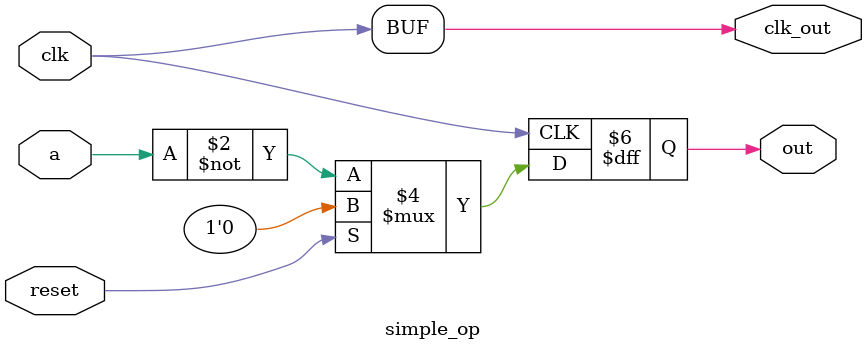
<source format=v>
module simple_op(
    clk,
    reset,
    a,
    out,
    clk_out
    );

    input   clk;
    input   reset;
    input   a;

    output  out;
    output  clk_out;

    assign clk_out = clk;

    always @(posedge clk)
    begin
        case(reset)
            1'b0:       out <= ~a;
            default:    out <= 1'b0;
        endcase
    end
endmodule
</source>
